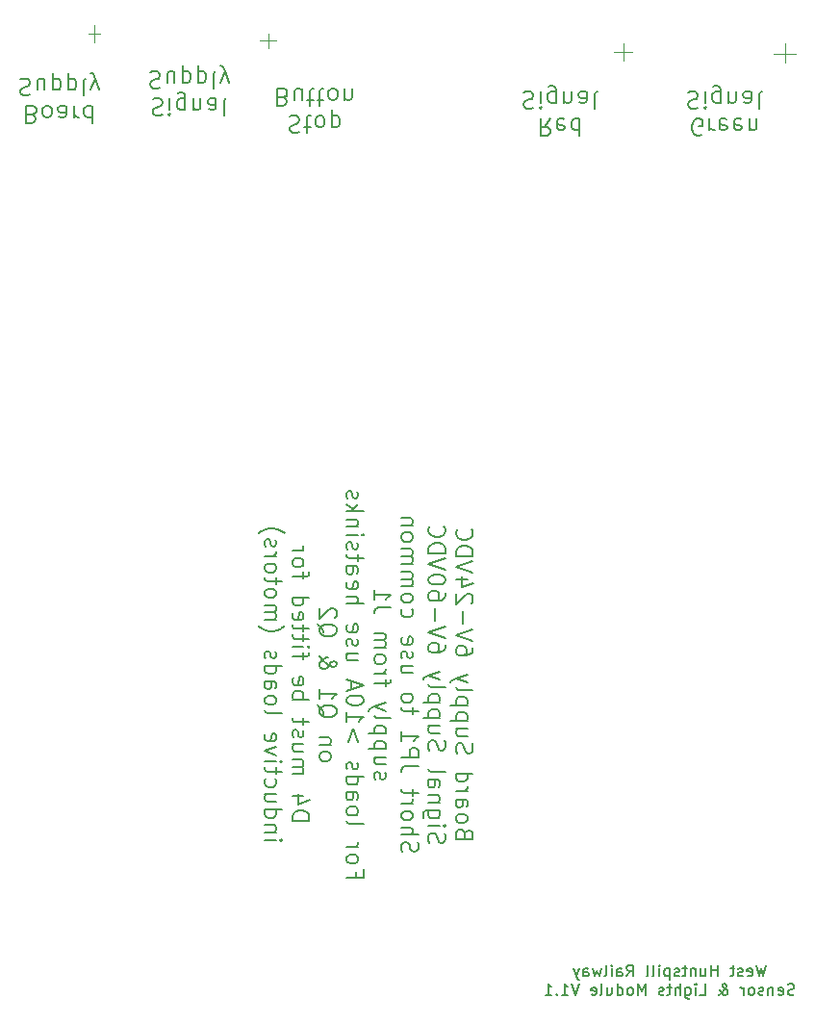
<source format=gbr>
%TF.GenerationSoftware,KiCad,Pcbnew,(5.1.9-0-10_14)*%
%TF.CreationDate,2021-08-02T15:26:46+01:00*%
%TF.ProjectId,SensorLights,53656e73-6f72-44c6-9967-6874732e6b69,1.1*%
%TF.SameCoordinates,Original*%
%TF.FileFunction,Legend,Bot*%
%TF.FilePolarity,Positive*%
%FSLAX46Y46*%
G04 Gerber Fmt 4.6, Leading zero omitted, Abs format (unit mm)*
G04 Created by KiCad (PCBNEW (5.1.9-0-10_14)) date 2021-08-02 15:26:46*
%MOMM*%
%LPD*%
G01*
G04 APERTURE LIST*
%ADD10C,0.120000*%
%ADD11C,0.150000*%
G04 APERTURE END LIST*
D10*
X179451000Y-52197000D02*
X181356000Y-52197000D01*
X180467000Y-52959000D02*
X180467000Y-51308000D01*
X166243000Y-52832000D02*
X166243000Y-51308000D01*
X165354000Y-52070000D02*
X167005000Y-52070000D01*
X119126000Y-50419000D02*
X120142000Y-50419000D01*
X119634000Y-51181000D02*
X119634000Y-49657000D01*
X135001000Y-51689000D02*
X135001000Y-50419000D01*
X134239000Y-51054000D02*
X135636000Y-51054000D01*
D11*
X152271142Y-120803142D02*
X152199714Y-120588857D01*
X152128285Y-120517428D01*
X151985428Y-120446000D01*
X151771142Y-120446000D01*
X151628285Y-120517428D01*
X151556857Y-120588857D01*
X151485428Y-120731714D01*
X151485428Y-121303142D01*
X152985428Y-121303142D01*
X152985428Y-120803142D01*
X152914000Y-120660285D01*
X152842571Y-120588857D01*
X152699714Y-120517428D01*
X152556857Y-120517428D01*
X152414000Y-120588857D01*
X152342571Y-120660285D01*
X152271142Y-120803142D01*
X152271142Y-121303142D01*
X151485428Y-119588857D02*
X151556857Y-119731714D01*
X151628285Y-119803142D01*
X151771142Y-119874571D01*
X152199714Y-119874571D01*
X152342571Y-119803142D01*
X152414000Y-119731714D01*
X152485428Y-119588857D01*
X152485428Y-119374571D01*
X152414000Y-119231714D01*
X152342571Y-119160285D01*
X152199714Y-119088857D01*
X151771142Y-119088857D01*
X151628285Y-119160285D01*
X151556857Y-119231714D01*
X151485428Y-119374571D01*
X151485428Y-119588857D01*
X151485428Y-117803142D02*
X152271142Y-117803142D01*
X152414000Y-117874571D01*
X152485428Y-118017428D01*
X152485428Y-118303142D01*
X152414000Y-118446000D01*
X151556857Y-117803142D02*
X151485428Y-117946000D01*
X151485428Y-118303142D01*
X151556857Y-118446000D01*
X151699714Y-118517428D01*
X151842571Y-118517428D01*
X151985428Y-118446000D01*
X152056857Y-118303142D01*
X152056857Y-117946000D01*
X152128285Y-117803142D01*
X151485428Y-117088857D02*
X152485428Y-117088857D01*
X152199714Y-117088857D02*
X152342571Y-117017428D01*
X152414000Y-116946000D01*
X152485428Y-116803142D01*
X152485428Y-116660285D01*
X151485428Y-115517428D02*
X152985428Y-115517428D01*
X151556857Y-115517428D02*
X151485428Y-115660285D01*
X151485428Y-115946000D01*
X151556857Y-116088857D01*
X151628285Y-116160285D01*
X151771142Y-116231714D01*
X152199714Y-116231714D01*
X152342571Y-116160285D01*
X152414000Y-116088857D01*
X152485428Y-115946000D01*
X152485428Y-115660285D01*
X152414000Y-115517428D01*
X151556857Y-113731714D02*
X151485428Y-113517428D01*
X151485428Y-113160285D01*
X151556857Y-113017428D01*
X151628285Y-112946000D01*
X151771142Y-112874571D01*
X151914000Y-112874571D01*
X152056857Y-112946000D01*
X152128285Y-113017428D01*
X152199714Y-113160285D01*
X152271142Y-113446000D01*
X152342571Y-113588857D01*
X152414000Y-113660285D01*
X152556857Y-113731714D01*
X152699714Y-113731714D01*
X152842571Y-113660285D01*
X152914000Y-113588857D01*
X152985428Y-113446000D01*
X152985428Y-113088857D01*
X152914000Y-112874571D01*
X152485428Y-111588857D02*
X151485428Y-111588857D01*
X152485428Y-112231714D02*
X151699714Y-112231714D01*
X151556857Y-112160285D01*
X151485428Y-112017428D01*
X151485428Y-111803142D01*
X151556857Y-111660285D01*
X151628285Y-111588857D01*
X152485428Y-110874571D02*
X150985428Y-110874571D01*
X152414000Y-110874571D02*
X152485428Y-110731714D01*
X152485428Y-110446000D01*
X152414000Y-110303142D01*
X152342571Y-110231714D01*
X152199714Y-110160285D01*
X151771142Y-110160285D01*
X151628285Y-110231714D01*
X151556857Y-110303142D01*
X151485428Y-110446000D01*
X151485428Y-110731714D01*
X151556857Y-110874571D01*
X152485428Y-109517428D02*
X150985428Y-109517428D01*
X152414000Y-109517428D02*
X152485428Y-109374571D01*
X152485428Y-109088857D01*
X152414000Y-108946000D01*
X152342571Y-108874571D01*
X152199714Y-108803142D01*
X151771142Y-108803142D01*
X151628285Y-108874571D01*
X151556857Y-108946000D01*
X151485428Y-109088857D01*
X151485428Y-109374571D01*
X151556857Y-109517428D01*
X151485428Y-107946000D02*
X151556857Y-108088857D01*
X151699714Y-108160285D01*
X152985428Y-108160285D01*
X152485428Y-107517428D02*
X151485428Y-107160285D01*
X152485428Y-106803142D02*
X151485428Y-107160285D01*
X151128285Y-107303142D01*
X151056857Y-107374571D01*
X150985428Y-107517428D01*
X152985428Y-104446000D02*
X152985428Y-104731714D01*
X152914000Y-104874571D01*
X152842571Y-104946000D01*
X152628285Y-105088857D01*
X152342571Y-105160285D01*
X151771142Y-105160285D01*
X151628285Y-105088857D01*
X151556857Y-105017428D01*
X151485428Y-104874571D01*
X151485428Y-104588857D01*
X151556857Y-104446000D01*
X151628285Y-104374571D01*
X151771142Y-104303142D01*
X152128285Y-104303142D01*
X152271142Y-104374571D01*
X152342571Y-104446000D01*
X152414000Y-104588857D01*
X152414000Y-104874571D01*
X152342571Y-105017428D01*
X152271142Y-105088857D01*
X152128285Y-105160285D01*
X152985428Y-103874571D02*
X151485428Y-103374571D01*
X152985428Y-102874571D01*
X152056857Y-102374571D02*
X152056857Y-101231714D01*
X152842571Y-100588857D02*
X152914000Y-100517428D01*
X152985428Y-100374571D01*
X152985428Y-100017428D01*
X152914000Y-99874571D01*
X152842571Y-99803142D01*
X152699714Y-99731714D01*
X152556857Y-99731714D01*
X152342571Y-99803142D01*
X151485428Y-100660285D01*
X151485428Y-99731714D01*
X152485428Y-98446000D02*
X151485428Y-98446000D01*
X153056857Y-98803142D02*
X151985428Y-99160285D01*
X151985428Y-98231714D01*
X152985428Y-97874571D02*
X151485428Y-97374571D01*
X152985428Y-96874571D01*
X151485428Y-96374571D02*
X152985428Y-96374571D01*
X152985428Y-96017428D01*
X152914000Y-95803142D01*
X152771142Y-95660285D01*
X152628285Y-95588857D01*
X152342571Y-95517428D01*
X152128285Y-95517428D01*
X151842571Y-95588857D01*
X151699714Y-95660285D01*
X151556857Y-95803142D01*
X151485428Y-96017428D01*
X151485428Y-96374571D01*
X151628285Y-94017428D02*
X151556857Y-94088857D01*
X151485428Y-94303142D01*
X151485428Y-94446000D01*
X151556857Y-94660285D01*
X151699714Y-94803142D01*
X151842571Y-94874571D01*
X152128285Y-94946000D01*
X152342571Y-94946000D01*
X152628285Y-94874571D01*
X152771142Y-94803142D01*
X152914000Y-94660285D01*
X152985428Y-94446000D01*
X152985428Y-94303142D01*
X152914000Y-94088857D01*
X152842571Y-94017428D01*
X149156857Y-121624571D02*
X149085428Y-121410285D01*
X149085428Y-121053142D01*
X149156857Y-120910285D01*
X149228285Y-120838857D01*
X149371142Y-120767428D01*
X149514000Y-120767428D01*
X149656857Y-120838857D01*
X149728285Y-120910285D01*
X149799714Y-121053142D01*
X149871142Y-121338857D01*
X149942571Y-121481714D01*
X150014000Y-121553142D01*
X150156857Y-121624571D01*
X150299714Y-121624571D01*
X150442571Y-121553142D01*
X150514000Y-121481714D01*
X150585428Y-121338857D01*
X150585428Y-120981714D01*
X150514000Y-120767428D01*
X149085428Y-120124571D02*
X150085428Y-120124571D01*
X150585428Y-120124571D02*
X150514000Y-120196000D01*
X150442571Y-120124571D01*
X150514000Y-120053142D01*
X150585428Y-120124571D01*
X150442571Y-120124571D01*
X150085428Y-118767428D02*
X148871142Y-118767428D01*
X148728285Y-118838857D01*
X148656857Y-118910285D01*
X148585428Y-119053142D01*
X148585428Y-119267428D01*
X148656857Y-119410285D01*
X149156857Y-118767428D02*
X149085428Y-118910285D01*
X149085428Y-119196000D01*
X149156857Y-119338857D01*
X149228285Y-119410285D01*
X149371142Y-119481714D01*
X149799714Y-119481714D01*
X149942571Y-119410285D01*
X150014000Y-119338857D01*
X150085428Y-119196000D01*
X150085428Y-118910285D01*
X150014000Y-118767428D01*
X150085428Y-118053142D02*
X149085428Y-118053142D01*
X149942571Y-118053142D02*
X150014000Y-117981714D01*
X150085428Y-117838857D01*
X150085428Y-117624571D01*
X150014000Y-117481714D01*
X149871142Y-117410285D01*
X149085428Y-117410285D01*
X149085428Y-116053142D02*
X149871142Y-116053142D01*
X150014000Y-116124571D01*
X150085428Y-116267428D01*
X150085428Y-116553142D01*
X150014000Y-116696000D01*
X149156857Y-116053142D02*
X149085428Y-116196000D01*
X149085428Y-116553142D01*
X149156857Y-116696000D01*
X149299714Y-116767428D01*
X149442571Y-116767428D01*
X149585428Y-116696000D01*
X149656857Y-116553142D01*
X149656857Y-116196000D01*
X149728285Y-116053142D01*
X149085428Y-115124571D02*
X149156857Y-115267428D01*
X149299714Y-115338857D01*
X150585428Y-115338857D01*
X149156857Y-113481714D02*
X149085428Y-113267428D01*
X149085428Y-112910285D01*
X149156857Y-112767428D01*
X149228285Y-112696000D01*
X149371142Y-112624571D01*
X149514000Y-112624571D01*
X149656857Y-112696000D01*
X149728285Y-112767428D01*
X149799714Y-112910285D01*
X149871142Y-113196000D01*
X149942571Y-113338857D01*
X150014000Y-113410285D01*
X150156857Y-113481714D01*
X150299714Y-113481714D01*
X150442571Y-113410285D01*
X150514000Y-113338857D01*
X150585428Y-113196000D01*
X150585428Y-112838857D01*
X150514000Y-112624571D01*
X150085428Y-111338857D02*
X149085428Y-111338857D01*
X150085428Y-111981714D02*
X149299714Y-111981714D01*
X149156857Y-111910285D01*
X149085428Y-111767428D01*
X149085428Y-111553142D01*
X149156857Y-111410285D01*
X149228285Y-111338857D01*
X150085428Y-110624571D02*
X148585428Y-110624571D01*
X150014000Y-110624571D02*
X150085428Y-110481714D01*
X150085428Y-110196000D01*
X150014000Y-110053142D01*
X149942571Y-109981714D01*
X149799714Y-109910285D01*
X149371142Y-109910285D01*
X149228285Y-109981714D01*
X149156857Y-110053142D01*
X149085428Y-110196000D01*
X149085428Y-110481714D01*
X149156857Y-110624571D01*
X150085428Y-109267428D02*
X148585428Y-109267428D01*
X150014000Y-109267428D02*
X150085428Y-109124571D01*
X150085428Y-108838857D01*
X150014000Y-108696000D01*
X149942571Y-108624571D01*
X149799714Y-108553142D01*
X149371142Y-108553142D01*
X149228285Y-108624571D01*
X149156857Y-108696000D01*
X149085428Y-108838857D01*
X149085428Y-109124571D01*
X149156857Y-109267428D01*
X149085428Y-107696000D02*
X149156857Y-107838857D01*
X149299714Y-107910285D01*
X150585428Y-107910285D01*
X150085428Y-107267428D02*
X149085428Y-106910285D01*
X150085428Y-106553142D02*
X149085428Y-106910285D01*
X148728285Y-107053142D01*
X148656857Y-107124571D01*
X148585428Y-107267428D01*
X150585428Y-104196000D02*
X150585428Y-104481714D01*
X150514000Y-104624571D01*
X150442571Y-104696000D01*
X150228285Y-104838857D01*
X149942571Y-104910285D01*
X149371142Y-104910285D01*
X149228285Y-104838857D01*
X149156857Y-104767428D01*
X149085428Y-104624571D01*
X149085428Y-104338857D01*
X149156857Y-104196000D01*
X149228285Y-104124571D01*
X149371142Y-104053142D01*
X149728285Y-104053142D01*
X149871142Y-104124571D01*
X149942571Y-104196000D01*
X150014000Y-104338857D01*
X150014000Y-104624571D01*
X149942571Y-104767428D01*
X149871142Y-104838857D01*
X149728285Y-104910285D01*
X150585428Y-103624571D02*
X149085428Y-103124571D01*
X150585428Y-102624571D01*
X149656857Y-102124571D02*
X149656857Y-100981714D01*
X150585428Y-99624571D02*
X150585428Y-99910285D01*
X150514000Y-100053142D01*
X150442571Y-100124571D01*
X150228285Y-100267428D01*
X149942571Y-100338857D01*
X149371142Y-100338857D01*
X149228285Y-100267428D01*
X149156857Y-100196000D01*
X149085428Y-100053142D01*
X149085428Y-99767428D01*
X149156857Y-99624571D01*
X149228285Y-99553142D01*
X149371142Y-99481714D01*
X149728285Y-99481714D01*
X149871142Y-99553142D01*
X149942571Y-99624571D01*
X150014000Y-99767428D01*
X150014000Y-100053142D01*
X149942571Y-100196000D01*
X149871142Y-100267428D01*
X149728285Y-100338857D01*
X150585428Y-98553142D02*
X150585428Y-98410285D01*
X150514000Y-98267428D01*
X150442571Y-98196000D01*
X150299714Y-98124571D01*
X150014000Y-98053142D01*
X149656857Y-98053142D01*
X149371142Y-98124571D01*
X149228285Y-98196000D01*
X149156857Y-98267428D01*
X149085428Y-98410285D01*
X149085428Y-98553142D01*
X149156857Y-98696000D01*
X149228285Y-98767428D01*
X149371142Y-98838857D01*
X149656857Y-98910285D01*
X150014000Y-98910285D01*
X150299714Y-98838857D01*
X150442571Y-98767428D01*
X150514000Y-98696000D01*
X150585428Y-98553142D01*
X150585428Y-97624571D02*
X149085428Y-97124571D01*
X150585428Y-96624571D01*
X149085428Y-96124571D02*
X150585428Y-96124571D01*
X150585428Y-95767428D01*
X150514000Y-95553142D01*
X150371142Y-95410285D01*
X150228285Y-95338857D01*
X149942571Y-95267428D01*
X149728285Y-95267428D01*
X149442571Y-95338857D01*
X149299714Y-95410285D01*
X149156857Y-95553142D01*
X149085428Y-95767428D01*
X149085428Y-96124571D01*
X149228285Y-93767428D02*
X149156857Y-93838857D01*
X149085428Y-94053142D01*
X149085428Y-94196000D01*
X149156857Y-94410285D01*
X149299714Y-94553142D01*
X149442571Y-94624571D01*
X149728285Y-94696000D01*
X149942571Y-94696000D01*
X150228285Y-94624571D01*
X150371142Y-94553142D01*
X150514000Y-94410285D01*
X150585428Y-94196000D01*
X150585428Y-94053142D01*
X150514000Y-93838857D01*
X150442571Y-93767428D01*
X146756857Y-122410285D02*
X146685428Y-122196000D01*
X146685428Y-121838857D01*
X146756857Y-121696000D01*
X146828285Y-121624571D01*
X146971142Y-121553142D01*
X147114000Y-121553142D01*
X147256857Y-121624571D01*
X147328285Y-121696000D01*
X147399714Y-121838857D01*
X147471142Y-122124571D01*
X147542571Y-122267428D01*
X147614000Y-122338857D01*
X147756857Y-122410285D01*
X147899714Y-122410285D01*
X148042571Y-122338857D01*
X148114000Y-122267428D01*
X148185428Y-122124571D01*
X148185428Y-121767428D01*
X148114000Y-121553142D01*
X146685428Y-120910285D02*
X148185428Y-120910285D01*
X146685428Y-120267428D02*
X147471142Y-120267428D01*
X147614000Y-120338857D01*
X147685428Y-120481714D01*
X147685428Y-120696000D01*
X147614000Y-120838857D01*
X147542571Y-120910285D01*
X146685428Y-119338857D02*
X146756857Y-119481714D01*
X146828285Y-119553142D01*
X146971142Y-119624571D01*
X147399714Y-119624571D01*
X147542571Y-119553142D01*
X147614000Y-119481714D01*
X147685428Y-119338857D01*
X147685428Y-119124571D01*
X147614000Y-118981714D01*
X147542571Y-118910285D01*
X147399714Y-118838857D01*
X146971142Y-118838857D01*
X146828285Y-118910285D01*
X146756857Y-118981714D01*
X146685428Y-119124571D01*
X146685428Y-119338857D01*
X146685428Y-118196000D02*
X147685428Y-118196000D01*
X147399714Y-118196000D02*
X147542571Y-118124571D01*
X147614000Y-118053142D01*
X147685428Y-117910285D01*
X147685428Y-117767428D01*
X147685428Y-117481714D02*
X147685428Y-116910285D01*
X148185428Y-117267428D02*
X146899714Y-117267428D01*
X146756857Y-117196000D01*
X146685428Y-117053142D01*
X146685428Y-116910285D01*
X148185428Y-114838857D02*
X147114000Y-114838857D01*
X146899714Y-114910285D01*
X146756857Y-115053142D01*
X146685428Y-115267428D01*
X146685428Y-115410285D01*
X146685428Y-114124571D02*
X148185428Y-114124571D01*
X148185428Y-113553142D01*
X148114000Y-113410285D01*
X148042571Y-113338857D01*
X147899714Y-113267428D01*
X147685428Y-113267428D01*
X147542571Y-113338857D01*
X147471142Y-113410285D01*
X147399714Y-113553142D01*
X147399714Y-114124571D01*
X146685428Y-111838857D02*
X146685428Y-112696000D01*
X146685428Y-112267428D02*
X148185428Y-112267428D01*
X147971142Y-112410285D01*
X147828285Y-112553142D01*
X147756857Y-112696000D01*
X147685428Y-110267428D02*
X147685428Y-109696000D01*
X148185428Y-110053142D02*
X146899714Y-110053142D01*
X146756857Y-109981714D01*
X146685428Y-109838857D01*
X146685428Y-109696000D01*
X146685428Y-108981714D02*
X146756857Y-109124571D01*
X146828285Y-109196000D01*
X146971142Y-109267428D01*
X147399714Y-109267428D01*
X147542571Y-109196000D01*
X147614000Y-109124571D01*
X147685428Y-108981714D01*
X147685428Y-108767428D01*
X147614000Y-108624571D01*
X147542571Y-108553142D01*
X147399714Y-108481714D01*
X146971142Y-108481714D01*
X146828285Y-108553142D01*
X146756857Y-108624571D01*
X146685428Y-108767428D01*
X146685428Y-108981714D01*
X147685428Y-106053142D02*
X146685428Y-106053142D01*
X147685428Y-106696000D02*
X146899714Y-106696000D01*
X146756857Y-106624571D01*
X146685428Y-106481714D01*
X146685428Y-106267428D01*
X146756857Y-106124571D01*
X146828285Y-106053142D01*
X146756857Y-105410285D02*
X146685428Y-105267428D01*
X146685428Y-104981714D01*
X146756857Y-104838857D01*
X146899714Y-104767428D01*
X146971142Y-104767428D01*
X147114000Y-104838857D01*
X147185428Y-104981714D01*
X147185428Y-105196000D01*
X147256857Y-105338857D01*
X147399714Y-105410285D01*
X147471142Y-105410285D01*
X147614000Y-105338857D01*
X147685428Y-105196000D01*
X147685428Y-104981714D01*
X147614000Y-104838857D01*
X146756857Y-103553142D02*
X146685428Y-103696000D01*
X146685428Y-103981714D01*
X146756857Y-104124571D01*
X146899714Y-104196000D01*
X147471142Y-104196000D01*
X147614000Y-104124571D01*
X147685428Y-103981714D01*
X147685428Y-103696000D01*
X147614000Y-103553142D01*
X147471142Y-103481714D01*
X147328285Y-103481714D01*
X147185428Y-104196000D01*
X146756857Y-101053142D02*
X146685428Y-101196000D01*
X146685428Y-101481714D01*
X146756857Y-101624571D01*
X146828285Y-101696000D01*
X146971142Y-101767428D01*
X147399714Y-101767428D01*
X147542571Y-101696000D01*
X147614000Y-101624571D01*
X147685428Y-101481714D01*
X147685428Y-101196000D01*
X147614000Y-101053142D01*
X146685428Y-100196000D02*
X146756857Y-100338857D01*
X146828285Y-100410285D01*
X146971142Y-100481714D01*
X147399714Y-100481714D01*
X147542571Y-100410285D01*
X147614000Y-100338857D01*
X147685428Y-100196000D01*
X147685428Y-99981714D01*
X147614000Y-99838857D01*
X147542571Y-99767428D01*
X147399714Y-99696000D01*
X146971142Y-99696000D01*
X146828285Y-99767428D01*
X146756857Y-99838857D01*
X146685428Y-99981714D01*
X146685428Y-100196000D01*
X146685428Y-99053142D02*
X147685428Y-99053142D01*
X147542571Y-99053142D02*
X147614000Y-98981714D01*
X147685428Y-98838857D01*
X147685428Y-98624571D01*
X147614000Y-98481714D01*
X147471142Y-98410285D01*
X146685428Y-98410285D01*
X147471142Y-98410285D02*
X147614000Y-98338857D01*
X147685428Y-98196000D01*
X147685428Y-97981714D01*
X147614000Y-97838857D01*
X147471142Y-97767428D01*
X146685428Y-97767428D01*
X146685428Y-97053142D02*
X147685428Y-97053142D01*
X147542571Y-97053142D02*
X147614000Y-96981714D01*
X147685428Y-96838857D01*
X147685428Y-96624571D01*
X147614000Y-96481714D01*
X147471142Y-96410285D01*
X146685428Y-96410285D01*
X147471142Y-96410285D02*
X147614000Y-96338857D01*
X147685428Y-96196000D01*
X147685428Y-95981714D01*
X147614000Y-95838857D01*
X147471142Y-95767428D01*
X146685428Y-95767428D01*
X146685428Y-94838857D02*
X146756857Y-94981714D01*
X146828285Y-95053142D01*
X146971142Y-95124571D01*
X147399714Y-95124571D01*
X147542571Y-95053142D01*
X147614000Y-94981714D01*
X147685428Y-94838857D01*
X147685428Y-94624571D01*
X147614000Y-94481714D01*
X147542571Y-94410285D01*
X147399714Y-94338857D01*
X146971142Y-94338857D01*
X146828285Y-94410285D01*
X146756857Y-94481714D01*
X146685428Y-94624571D01*
X146685428Y-94838857D01*
X147685428Y-93696000D02*
X146685428Y-93696000D01*
X147542571Y-93696000D02*
X147614000Y-93624571D01*
X147685428Y-93481714D01*
X147685428Y-93267428D01*
X147614000Y-93124571D01*
X147471142Y-93053142D01*
X146685428Y-93053142D01*
X144356857Y-116017428D02*
X144285428Y-115874571D01*
X144285428Y-115588857D01*
X144356857Y-115446000D01*
X144499714Y-115374571D01*
X144571142Y-115374571D01*
X144714000Y-115446000D01*
X144785428Y-115588857D01*
X144785428Y-115803142D01*
X144856857Y-115946000D01*
X144999714Y-116017428D01*
X145071142Y-116017428D01*
X145214000Y-115946000D01*
X145285428Y-115803142D01*
X145285428Y-115588857D01*
X145214000Y-115446000D01*
X145285428Y-114088857D02*
X144285428Y-114088857D01*
X145285428Y-114731714D02*
X144499714Y-114731714D01*
X144356857Y-114660285D01*
X144285428Y-114517428D01*
X144285428Y-114303142D01*
X144356857Y-114160285D01*
X144428285Y-114088857D01*
X145285428Y-113374571D02*
X143785428Y-113374571D01*
X145214000Y-113374571D02*
X145285428Y-113231714D01*
X145285428Y-112946000D01*
X145214000Y-112803142D01*
X145142571Y-112731714D01*
X144999714Y-112660285D01*
X144571142Y-112660285D01*
X144428285Y-112731714D01*
X144356857Y-112803142D01*
X144285428Y-112946000D01*
X144285428Y-113231714D01*
X144356857Y-113374571D01*
X145285428Y-112017428D02*
X143785428Y-112017428D01*
X145214000Y-112017428D02*
X145285428Y-111874571D01*
X145285428Y-111588857D01*
X145214000Y-111446000D01*
X145142571Y-111374571D01*
X144999714Y-111303142D01*
X144571142Y-111303142D01*
X144428285Y-111374571D01*
X144356857Y-111446000D01*
X144285428Y-111588857D01*
X144285428Y-111874571D01*
X144356857Y-112017428D01*
X144285428Y-110446000D02*
X144356857Y-110588857D01*
X144499714Y-110660285D01*
X145785428Y-110660285D01*
X145285428Y-110017428D02*
X144285428Y-109660285D01*
X145285428Y-109303142D02*
X144285428Y-109660285D01*
X143928285Y-109803142D01*
X143856857Y-109874571D01*
X143785428Y-110017428D01*
X145285428Y-107803142D02*
X145285428Y-107231714D01*
X144285428Y-107588857D02*
X145571142Y-107588857D01*
X145714000Y-107517428D01*
X145785428Y-107374571D01*
X145785428Y-107231714D01*
X144285428Y-106731714D02*
X145285428Y-106731714D01*
X144999714Y-106731714D02*
X145142571Y-106660285D01*
X145214000Y-106588857D01*
X145285428Y-106446000D01*
X145285428Y-106303142D01*
X144285428Y-105588857D02*
X144356857Y-105731714D01*
X144428285Y-105803142D01*
X144571142Y-105874571D01*
X144999714Y-105874571D01*
X145142571Y-105803142D01*
X145214000Y-105731714D01*
X145285428Y-105588857D01*
X145285428Y-105374571D01*
X145214000Y-105231714D01*
X145142571Y-105160285D01*
X144999714Y-105088857D01*
X144571142Y-105088857D01*
X144428285Y-105160285D01*
X144356857Y-105231714D01*
X144285428Y-105374571D01*
X144285428Y-105588857D01*
X144285428Y-104446000D02*
X145285428Y-104446000D01*
X145142571Y-104446000D02*
X145214000Y-104374571D01*
X145285428Y-104231714D01*
X145285428Y-104017428D01*
X145214000Y-103874571D01*
X145071142Y-103803142D01*
X144285428Y-103803142D01*
X145071142Y-103803142D02*
X145214000Y-103731714D01*
X145285428Y-103588857D01*
X145285428Y-103374571D01*
X145214000Y-103231714D01*
X145071142Y-103160285D01*
X144285428Y-103160285D01*
X145785428Y-100874571D02*
X144714000Y-100874571D01*
X144499714Y-100946000D01*
X144356857Y-101088857D01*
X144285428Y-101303142D01*
X144285428Y-101446000D01*
X144285428Y-99374571D02*
X144285428Y-100231714D01*
X144285428Y-99803142D02*
X145785428Y-99803142D01*
X145571142Y-99946000D01*
X145428285Y-100088857D01*
X145356857Y-100231714D01*
X142671142Y-124160285D02*
X142671142Y-124660285D01*
X141885428Y-124660285D02*
X143385428Y-124660285D01*
X143385428Y-123946000D01*
X141885428Y-123160285D02*
X141956857Y-123303142D01*
X142028285Y-123374571D01*
X142171142Y-123446000D01*
X142599714Y-123446000D01*
X142742571Y-123374571D01*
X142814000Y-123303142D01*
X142885428Y-123160285D01*
X142885428Y-122946000D01*
X142814000Y-122803142D01*
X142742571Y-122731714D01*
X142599714Y-122660285D01*
X142171142Y-122660285D01*
X142028285Y-122731714D01*
X141956857Y-122803142D01*
X141885428Y-122946000D01*
X141885428Y-123160285D01*
X141885428Y-122017428D02*
X142885428Y-122017428D01*
X142599714Y-122017428D02*
X142742571Y-121946000D01*
X142814000Y-121874571D01*
X142885428Y-121731714D01*
X142885428Y-121588857D01*
X141885428Y-119731714D02*
X141956857Y-119874571D01*
X142099714Y-119946000D01*
X143385428Y-119946000D01*
X141885428Y-118946000D02*
X141956857Y-119088857D01*
X142028285Y-119160285D01*
X142171142Y-119231714D01*
X142599714Y-119231714D01*
X142742571Y-119160285D01*
X142814000Y-119088857D01*
X142885428Y-118946000D01*
X142885428Y-118731714D01*
X142814000Y-118588857D01*
X142742571Y-118517428D01*
X142599714Y-118446000D01*
X142171142Y-118446000D01*
X142028285Y-118517428D01*
X141956857Y-118588857D01*
X141885428Y-118731714D01*
X141885428Y-118946000D01*
X141885428Y-117160285D02*
X142671142Y-117160285D01*
X142814000Y-117231714D01*
X142885428Y-117374571D01*
X142885428Y-117660285D01*
X142814000Y-117803142D01*
X141956857Y-117160285D02*
X141885428Y-117303142D01*
X141885428Y-117660285D01*
X141956857Y-117803142D01*
X142099714Y-117874571D01*
X142242571Y-117874571D01*
X142385428Y-117803142D01*
X142456857Y-117660285D01*
X142456857Y-117303142D01*
X142528285Y-117160285D01*
X141885428Y-115803142D02*
X143385428Y-115803142D01*
X141956857Y-115803142D02*
X141885428Y-115946000D01*
X141885428Y-116231714D01*
X141956857Y-116374571D01*
X142028285Y-116446000D01*
X142171142Y-116517428D01*
X142599714Y-116517428D01*
X142742571Y-116446000D01*
X142814000Y-116374571D01*
X142885428Y-116231714D01*
X142885428Y-115946000D01*
X142814000Y-115803142D01*
X141956857Y-115160285D02*
X141885428Y-115017428D01*
X141885428Y-114731714D01*
X141956857Y-114588857D01*
X142099714Y-114517428D01*
X142171142Y-114517428D01*
X142314000Y-114588857D01*
X142385428Y-114731714D01*
X142385428Y-114946000D01*
X142456857Y-115088857D01*
X142599714Y-115160285D01*
X142671142Y-115160285D01*
X142814000Y-115088857D01*
X142885428Y-114946000D01*
X142885428Y-114731714D01*
X142814000Y-114588857D01*
X142885428Y-112731714D02*
X142456857Y-111588857D01*
X142028285Y-112731714D01*
X141885428Y-110088857D02*
X141885428Y-110946000D01*
X141885428Y-110517428D02*
X143385428Y-110517428D01*
X143171142Y-110660285D01*
X143028285Y-110803142D01*
X142956857Y-110946000D01*
X143385428Y-109160285D02*
X143385428Y-109017428D01*
X143314000Y-108874571D01*
X143242571Y-108803142D01*
X143099714Y-108731714D01*
X142814000Y-108660285D01*
X142456857Y-108660285D01*
X142171142Y-108731714D01*
X142028285Y-108803142D01*
X141956857Y-108874571D01*
X141885428Y-109017428D01*
X141885428Y-109160285D01*
X141956857Y-109303142D01*
X142028285Y-109374571D01*
X142171142Y-109446000D01*
X142456857Y-109517428D01*
X142814000Y-109517428D01*
X143099714Y-109446000D01*
X143242571Y-109374571D01*
X143314000Y-109303142D01*
X143385428Y-109160285D01*
X142314000Y-108088857D02*
X142314000Y-107374571D01*
X141885428Y-108231714D02*
X143385428Y-107731714D01*
X141885428Y-107231714D01*
X142885428Y-104946000D02*
X141885428Y-104946000D01*
X142885428Y-105588857D02*
X142099714Y-105588857D01*
X141956857Y-105517428D01*
X141885428Y-105374571D01*
X141885428Y-105160285D01*
X141956857Y-105017428D01*
X142028285Y-104946000D01*
X141956857Y-104303142D02*
X141885428Y-104160285D01*
X141885428Y-103874571D01*
X141956857Y-103731714D01*
X142099714Y-103660285D01*
X142171142Y-103660285D01*
X142314000Y-103731714D01*
X142385428Y-103874571D01*
X142385428Y-104088857D01*
X142456857Y-104231714D01*
X142599714Y-104303142D01*
X142671142Y-104303142D01*
X142814000Y-104231714D01*
X142885428Y-104088857D01*
X142885428Y-103874571D01*
X142814000Y-103731714D01*
X141956857Y-102446000D02*
X141885428Y-102588857D01*
X141885428Y-102874571D01*
X141956857Y-103017428D01*
X142099714Y-103088857D01*
X142671142Y-103088857D01*
X142814000Y-103017428D01*
X142885428Y-102874571D01*
X142885428Y-102588857D01*
X142814000Y-102446000D01*
X142671142Y-102374571D01*
X142528285Y-102374571D01*
X142385428Y-103088857D01*
X141885428Y-100588857D02*
X143385428Y-100588857D01*
X141885428Y-99946000D02*
X142671142Y-99946000D01*
X142814000Y-100017428D01*
X142885428Y-100160285D01*
X142885428Y-100374571D01*
X142814000Y-100517428D01*
X142742571Y-100588857D01*
X141956857Y-98660285D02*
X141885428Y-98803142D01*
X141885428Y-99088857D01*
X141956857Y-99231714D01*
X142099714Y-99303142D01*
X142671142Y-99303142D01*
X142814000Y-99231714D01*
X142885428Y-99088857D01*
X142885428Y-98803142D01*
X142814000Y-98660285D01*
X142671142Y-98588857D01*
X142528285Y-98588857D01*
X142385428Y-99303142D01*
X141885428Y-97303142D02*
X142671142Y-97303142D01*
X142814000Y-97374571D01*
X142885428Y-97517428D01*
X142885428Y-97803142D01*
X142814000Y-97946000D01*
X141956857Y-97303142D02*
X141885428Y-97446000D01*
X141885428Y-97803142D01*
X141956857Y-97946000D01*
X142099714Y-98017428D01*
X142242571Y-98017428D01*
X142385428Y-97946000D01*
X142456857Y-97803142D01*
X142456857Y-97446000D01*
X142528285Y-97303142D01*
X142885428Y-96803142D02*
X142885428Y-96231714D01*
X143385428Y-96588857D02*
X142099714Y-96588857D01*
X141956857Y-96517428D01*
X141885428Y-96374571D01*
X141885428Y-96231714D01*
X141956857Y-95803142D02*
X141885428Y-95660285D01*
X141885428Y-95374571D01*
X141956857Y-95231714D01*
X142099714Y-95160285D01*
X142171142Y-95160285D01*
X142314000Y-95231714D01*
X142385428Y-95374571D01*
X142385428Y-95588857D01*
X142456857Y-95731714D01*
X142599714Y-95803142D01*
X142671142Y-95803142D01*
X142814000Y-95731714D01*
X142885428Y-95588857D01*
X142885428Y-95374571D01*
X142814000Y-95231714D01*
X141885428Y-94517428D02*
X142885428Y-94517428D01*
X143385428Y-94517428D02*
X143314000Y-94588857D01*
X143242571Y-94517428D01*
X143314000Y-94446000D01*
X143385428Y-94517428D01*
X143242571Y-94517428D01*
X142885428Y-93803142D02*
X141885428Y-93803142D01*
X142742571Y-93803142D02*
X142814000Y-93731714D01*
X142885428Y-93588857D01*
X142885428Y-93374571D01*
X142814000Y-93231714D01*
X142671142Y-93160285D01*
X141885428Y-93160285D01*
X141885428Y-92446000D02*
X143385428Y-92446000D01*
X142456857Y-92303142D02*
X141885428Y-91874571D01*
X142885428Y-91874571D02*
X142314000Y-92446000D01*
X141956857Y-91303142D02*
X141885428Y-91160285D01*
X141885428Y-90874571D01*
X141956857Y-90731714D01*
X142099714Y-90660285D01*
X142171142Y-90660285D01*
X142314000Y-90731714D01*
X142385428Y-90874571D01*
X142385428Y-91088857D01*
X142456857Y-91231714D01*
X142599714Y-91303142D01*
X142671142Y-91303142D01*
X142814000Y-91231714D01*
X142885428Y-91088857D01*
X142885428Y-90874571D01*
X142814000Y-90731714D01*
X139485428Y-114124571D02*
X139556857Y-114267428D01*
X139628285Y-114338857D01*
X139771142Y-114410285D01*
X140199714Y-114410285D01*
X140342571Y-114338857D01*
X140414000Y-114267428D01*
X140485428Y-114124571D01*
X140485428Y-113910285D01*
X140414000Y-113767428D01*
X140342571Y-113696000D01*
X140199714Y-113624571D01*
X139771142Y-113624571D01*
X139628285Y-113696000D01*
X139556857Y-113767428D01*
X139485428Y-113910285D01*
X139485428Y-114124571D01*
X140485428Y-112981714D02*
X139485428Y-112981714D01*
X140342571Y-112981714D02*
X140414000Y-112910285D01*
X140485428Y-112767428D01*
X140485428Y-112553142D01*
X140414000Y-112410285D01*
X140271142Y-112338857D01*
X139485428Y-112338857D01*
X139342571Y-109481714D02*
X139414000Y-109624571D01*
X139556857Y-109767428D01*
X139771142Y-109981714D01*
X139842571Y-110124571D01*
X139842571Y-110267428D01*
X139485428Y-110196000D02*
X139556857Y-110338857D01*
X139699714Y-110481714D01*
X139985428Y-110553142D01*
X140485428Y-110553142D01*
X140771142Y-110481714D01*
X140914000Y-110338857D01*
X140985428Y-110196000D01*
X140985428Y-109910285D01*
X140914000Y-109767428D01*
X140771142Y-109624571D01*
X140485428Y-109553142D01*
X139985428Y-109553142D01*
X139699714Y-109624571D01*
X139556857Y-109767428D01*
X139485428Y-109910285D01*
X139485428Y-110196000D01*
X139485428Y-108124571D02*
X139485428Y-108981714D01*
X139485428Y-108553142D02*
X140985428Y-108553142D01*
X140771142Y-108696000D01*
X140628285Y-108838857D01*
X140556857Y-108981714D01*
X139485428Y-105124571D02*
X139485428Y-105196000D01*
X139556857Y-105338857D01*
X139771142Y-105553142D01*
X140199714Y-105910285D01*
X140414000Y-106053142D01*
X140628285Y-106124571D01*
X140771142Y-106124571D01*
X140914000Y-106053142D01*
X140985428Y-105910285D01*
X140985428Y-105838857D01*
X140914000Y-105696000D01*
X140771142Y-105624571D01*
X140699714Y-105624571D01*
X140556857Y-105696000D01*
X140485428Y-105767428D01*
X140199714Y-106196000D01*
X140128285Y-106267428D01*
X139985428Y-106338857D01*
X139771142Y-106338857D01*
X139628285Y-106267428D01*
X139556857Y-106196000D01*
X139485428Y-106053142D01*
X139485428Y-105838857D01*
X139556857Y-105696000D01*
X139628285Y-105624571D01*
X139914000Y-105410285D01*
X140128285Y-105338857D01*
X140271142Y-105338857D01*
X139342571Y-102338857D02*
X139414000Y-102481714D01*
X139556857Y-102624571D01*
X139771142Y-102838857D01*
X139842571Y-102981714D01*
X139842571Y-103124571D01*
X139485428Y-103053142D02*
X139556857Y-103196000D01*
X139699714Y-103338857D01*
X139985428Y-103410285D01*
X140485428Y-103410285D01*
X140771142Y-103338857D01*
X140914000Y-103196000D01*
X140985428Y-103053142D01*
X140985428Y-102767428D01*
X140914000Y-102624571D01*
X140771142Y-102481714D01*
X140485428Y-102410285D01*
X139985428Y-102410285D01*
X139699714Y-102481714D01*
X139556857Y-102624571D01*
X139485428Y-102767428D01*
X139485428Y-103053142D01*
X140842571Y-101838857D02*
X140914000Y-101767428D01*
X140985428Y-101624571D01*
X140985428Y-101267428D01*
X140914000Y-101124571D01*
X140842571Y-101053142D01*
X140699714Y-100981714D01*
X140556857Y-100981714D01*
X140342571Y-101053142D01*
X139485428Y-101910285D01*
X139485428Y-100981714D01*
X137085428Y-119660285D02*
X138585428Y-119660285D01*
X138585428Y-119303142D01*
X138514000Y-119088857D01*
X138371142Y-118946000D01*
X138228285Y-118874571D01*
X137942571Y-118803142D01*
X137728285Y-118803142D01*
X137442571Y-118874571D01*
X137299714Y-118946000D01*
X137156857Y-119088857D01*
X137085428Y-119303142D01*
X137085428Y-119660285D01*
X138085428Y-117517428D02*
X137085428Y-117517428D01*
X138656857Y-117874571D02*
X137585428Y-118231714D01*
X137585428Y-117303142D01*
X137085428Y-115588857D02*
X138085428Y-115588857D01*
X137942571Y-115588857D02*
X138014000Y-115517428D01*
X138085428Y-115374571D01*
X138085428Y-115160285D01*
X138014000Y-115017428D01*
X137871142Y-114946000D01*
X137085428Y-114946000D01*
X137871142Y-114946000D02*
X138014000Y-114874571D01*
X138085428Y-114731714D01*
X138085428Y-114517428D01*
X138014000Y-114374571D01*
X137871142Y-114303142D01*
X137085428Y-114303142D01*
X138085428Y-112946000D02*
X137085428Y-112946000D01*
X138085428Y-113588857D02*
X137299714Y-113588857D01*
X137156857Y-113517428D01*
X137085428Y-113374571D01*
X137085428Y-113160285D01*
X137156857Y-113017428D01*
X137228285Y-112946000D01*
X137156857Y-112303142D02*
X137085428Y-112160285D01*
X137085428Y-111874571D01*
X137156857Y-111731714D01*
X137299714Y-111660285D01*
X137371142Y-111660285D01*
X137514000Y-111731714D01*
X137585428Y-111874571D01*
X137585428Y-112088857D01*
X137656857Y-112231714D01*
X137799714Y-112303142D01*
X137871142Y-112303142D01*
X138014000Y-112231714D01*
X138085428Y-112088857D01*
X138085428Y-111874571D01*
X138014000Y-111731714D01*
X138085428Y-111231714D02*
X138085428Y-110660285D01*
X138585428Y-111017428D02*
X137299714Y-111017428D01*
X137156857Y-110946000D01*
X137085428Y-110803142D01*
X137085428Y-110660285D01*
X137085428Y-109017428D02*
X138585428Y-109017428D01*
X138014000Y-109017428D02*
X138085428Y-108874571D01*
X138085428Y-108588857D01*
X138014000Y-108446000D01*
X137942571Y-108374571D01*
X137799714Y-108303142D01*
X137371142Y-108303142D01*
X137228285Y-108374571D01*
X137156857Y-108446000D01*
X137085428Y-108588857D01*
X137085428Y-108874571D01*
X137156857Y-109017428D01*
X137156857Y-107088857D02*
X137085428Y-107231714D01*
X137085428Y-107517428D01*
X137156857Y-107660285D01*
X137299714Y-107731714D01*
X137871142Y-107731714D01*
X138014000Y-107660285D01*
X138085428Y-107517428D01*
X138085428Y-107231714D01*
X138014000Y-107088857D01*
X137871142Y-107017428D01*
X137728285Y-107017428D01*
X137585428Y-107731714D01*
X138085428Y-105446000D02*
X138085428Y-104874571D01*
X137085428Y-105231714D02*
X138371142Y-105231714D01*
X138514000Y-105160285D01*
X138585428Y-105017428D01*
X138585428Y-104874571D01*
X137085428Y-104374571D02*
X138085428Y-104374571D01*
X138585428Y-104374571D02*
X138514000Y-104446000D01*
X138442571Y-104374571D01*
X138514000Y-104303142D01*
X138585428Y-104374571D01*
X138442571Y-104374571D01*
X138085428Y-103874571D02*
X138085428Y-103303142D01*
X138585428Y-103660285D02*
X137299714Y-103660285D01*
X137156857Y-103588857D01*
X137085428Y-103446000D01*
X137085428Y-103303142D01*
X138085428Y-103017428D02*
X138085428Y-102446000D01*
X138585428Y-102803142D02*
X137299714Y-102803142D01*
X137156857Y-102731714D01*
X137085428Y-102588857D01*
X137085428Y-102446000D01*
X137156857Y-101374571D02*
X137085428Y-101517428D01*
X137085428Y-101803142D01*
X137156857Y-101946000D01*
X137299714Y-102017428D01*
X137871142Y-102017428D01*
X138014000Y-101946000D01*
X138085428Y-101803142D01*
X138085428Y-101517428D01*
X138014000Y-101374571D01*
X137871142Y-101303142D01*
X137728285Y-101303142D01*
X137585428Y-102017428D01*
X137085428Y-100017428D02*
X138585428Y-100017428D01*
X137156857Y-100017428D02*
X137085428Y-100160285D01*
X137085428Y-100446000D01*
X137156857Y-100588857D01*
X137228285Y-100660285D01*
X137371142Y-100731714D01*
X137799714Y-100731714D01*
X137942571Y-100660285D01*
X138014000Y-100588857D01*
X138085428Y-100446000D01*
X138085428Y-100160285D01*
X138014000Y-100017428D01*
X138085428Y-98374571D02*
X138085428Y-97803142D01*
X137085428Y-98160285D02*
X138371142Y-98160285D01*
X138514000Y-98088857D01*
X138585428Y-97946000D01*
X138585428Y-97803142D01*
X137085428Y-97088857D02*
X137156857Y-97231714D01*
X137228285Y-97303142D01*
X137371142Y-97374571D01*
X137799714Y-97374571D01*
X137942571Y-97303142D01*
X138014000Y-97231714D01*
X138085428Y-97088857D01*
X138085428Y-96874571D01*
X138014000Y-96731714D01*
X137942571Y-96660285D01*
X137799714Y-96588857D01*
X137371142Y-96588857D01*
X137228285Y-96660285D01*
X137156857Y-96731714D01*
X137085428Y-96874571D01*
X137085428Y-97088857D01*
X137085428Y-95946000D02*
X138085428Y-95946000D01*
X137799714Y-95946000D02*
X137942571Y-95874571D01*
X138014000Y-95803142D01*
X138085428Y-95660285D01*
X138085428Y-95517428D01*
X134685428Y-121410285D02*
X135685428Y-121410285D01*
X136185428Y-121410285D02*
X136114000Y-121481714D01*
X136042571Y-121410285D01*
X136114000Y-121338857D01*
X136185428Y-121410285D01*
X136042571Y-121410285D01*
X135685428Y-120696000D02*
X134685428Y-120696000D01*
X135542571Y-120696000D02*
X135614000Y-120624571D01*
X135685428Y-120481714D01*
X135685428Y-120267428D01*
X135614000Y-120124571D01*
X135471142Y-120053142D01*
X134685428Y-120053142D01*
X134685428Y-118696000D02*
X136185428Y-118696000D01*
X134756857Y-118696000D02*
X134685428Y-118838857D01*
X134685428Y-119124571D01*
X134756857Y-119267428D01*
X134828285Y-119338857D01*
X134971142Y-119410285D01*
X135399714Y-119410285D01*
X135542571Y-119338857D01*
X135614000Y-119267428D01*
X135685428Y-119124571D01*
X135685428Y-118838857D01*
X135614000Y-118696000D01*
X135685428Y-117338857D02*
X134685428Y-117338857D01*
X135685428Y-117981714D02*
X134899714Y-117981714D01*
X134756857Y-117910285D01*
X134685428Y-117767428D01*
X134685428Y-117553142D01*
X134756857Y-117410285D01*
X134828285Y-117338857D01*
X134756857Y-115981714D02*
X134685428Y-116124571D01*
X134685428Y-116410285D01*
X134756857Y-116553142D01*
X134828285Y-116624571D01*
X134971142Y-116696000D01*
X135399714Y-116696000D01*
X135542571Y-116624571D01*
X135614000Y-116553142D01*
X135685428Y-116410285D01*
X135685428Y-116124571D01*
X135614000Y-115981714D01*
X135685428Y-115553142D02*
X135685428Y-114981714D01*
X136185428Y-115338857D02*
X134899714Y-115338857D01*
X134756857Y-115267428D01*
X134685428Y-115124571D01*
X134685428Y-114981714D01*
X134685428Y-114481714D02*
X135685428Y-114481714D01*
X136185428Y-114481714D02*
X136114000Y-114553142D01*
X136042571Y-114481714D01*
X136114000Y-114410285D01*
X136185428Y-114481714D01*
X136042571Y-114481714D01*
X135685428Y-113910285D02*
X134685428Y-113553142D01*
X135685428Y-113196000D01*
X134756857Y-112053142D02*
X134685428Y-112196000D01*
X134685428Y-112481714D01*
X134756857Y-112624571D01*
X134899714Y-112696000D01*
X135471142Y-112696000D01*
X135614000Y-112624571D01*
X135685428Y-112481714D01*
X135685428Y-112196000D01*
X135614000Y-112053142D01*
X135471142Y-111981714D01*
X135328285Y-111981714D01*
X135185428Y-112696000D01*
X134685428Y-109981714D02*
X134756857Y-110124571D01*
X134899714Y-110196000D01*
X136185428Y-110196000D01*
X134685428Y-109196000D02*
X134756857Y-109338857D01*
X134828285Y-109410285D01*
X134971142Y-109481714D01*
X135399714Y-109481714D01*
X135542571Y-109410285D01*
X135614000Y-109338857D01*
X135685428Y-109196000D01*
X135685428Y-108981714D01*
X135614000Y-108838857D01*
X135542571Y-108767428D01*
X135399714Y-108696000D01*
X134971142Y-108696000D01*
X134828285Y-108767428D01*
X134756857Y-108838857D01*
X134685428Y-108981714D01*
X134685428Y-109196000D01*
X134685428Y-107410285D02*
X135471142Y-107410285D01*
X135614000Y-107481714D01*
X135685428Y-107624571D01*
X135685428Y-107910285D01*
X135614000Y-108053142D01*
X134756857Y-107410285D02*
X134685428Y-107553142D01*
X134685428Y-107910285D01*
X134756857Y-108053142D01*
X134899714Y-108124571D01*
X135042571Y-108124571D01*
X135185428Y-108053142D01*
X135256857Y-107910285D01*
X135256857Y-107553142D01*
X135328285Y-107410285D01*
X134685428Y-106053142D02*
X136185428Y-106053142D01*
X134756857Y-106053142D02*
X134685428Y-106196000D01*
X134685428Y-106481714D01*
X134756857Y-106624571D01*
X134828285Y-106696000D01*
X134971142Y-106767428D01*
X135399714Y-106767428D01*
X135542571Y-106696000D01*
X135614000Y-106624571D01*
X135685428Y-106481714D01*
X135685428Y-106196000D01*
X135614000Y-106053142D01*
X134756857Y-105410285D02*
X134685428Y-105267428D01*
X134685428Y-104981714D01*
X134756857Y-104838857D01*
X134899714Y-104767428D01*
X134971142Y-104767428D01*
X135114000Y-104838857D01*
X135185428Y-104981714D01*
X135185428Y-105196000D01*
X135256857Y-105338857D01*
X135399714Y-105410285D01*
X135471142Y-105410285D01*
X135614000Y-105338857D01*
X135685428Y-105196000D01*
X135685428Y-104981714D01*
X135614000Y-104838857D01*
X134114000Y-102553142D02*
X134185428Y-102624571D01*
X134399714Y-102767428D01*
X134542571Y-102838857D01*
X134756857Y-102910285D01*
X135114000Y-102981714D01*
X135399714Y-102981714D01*
X135756857Y-102910285D01*
X135971142Y-102838857D01*
X136114000Y-102767428D01*
X136328285Y-102624571D01*
X136399714Y-102553142D01*
X134685428Y-101981714D02*
X135685428Y-101981714D01*
X135542571Y-101981714D02*
X135614000Y-101910285D01*
X135685428Y-101767428D01*
X135685428Y-101553142D01*
X135614000Y-101410285D01*
X135471142Y-101338857D01*
X134685428Y-101338857D01*
X135471142Y-101338857D02*
X135614000Y-101267428D01*
X135685428Y-101124571D01*
X135685428Y-100910285D01*
X135614000Y-100767428D01*
X135471142Y-100696000D01*
X134685428Y-100696000D01*
X134685428Y-99767428D02*
X134756857Y-99910285D01*
X134828285Y-99981714D01*
X134971142Y-100053142D01*
X135399714Y-100053142D01*
X135542571Y-99981714D01*
X135614000Y-99910285D01*
X135685428Y-99767428D01*
X135685428Y-99553142D01*
X135614000Y-99410285D01*
X135542571Y-99338857D01*
X135399714Y-99267428D01*
X134971142Y-99267428D01*
X134828285Y-99338857D01*
X134756857Y-99410285D01*
X134685428Y-99553142D01*
X134685428Y-99767428D01*
X135685428Y-98838857D02*
X135685428Y-98267428D01*
X136185428Y-98624571D02*
X134899714Y-98624571D01*
X134756857Y-98553142D01*
X134685428Y-98410285D01*
X134685428Y-98267428D01*
X134685428Y-97553142D02*
X134756857Y-97696000D01*
X134828285Y-97767428D01*
X134971142Y-97838857D01*
X135399714Y-97838857D01*
X135542571Y-97767428D01*
X135614000Y-97696000D01*
X135685428Y-97553142D01*
X135685428Y-97338857D01*
X135614000Y-97196000D01*
X135542571Y-97124571D01*
X135399714Y-97053142D01*
X134971142Y-97053142D01*
X134828285Y-97124571D01*
X134756857Y-97196000D01*
X134685428Y-97338857D01*
X134685428Y-97553142D01*
X134685428Y-96410285D02*
X135685428Y-96410285D01*
X135399714Y-96410285D02*
X135542571Y-96338857D01*
X135614000Y-96267428D01*
X135685428Y-96124571D01*
X135685428Y-95981714D01*
X134756857Y-95553142D02*
X134685428Y-95410285D01*
X134685428Y-95124571D01*
X134756857Y-94981714D01*
X134899714Y-94910285D01*
X134971142Y-94910285D01*
X135114000Y-94981714D01*
X135185428Y-95124571D01*
X135185428Y-95338857D01*
X135256857Y-95481714D01*
X135399714Y-95553142D01*
X135471142Y-95553142D01*
X135614000Y-95481714D01*
X135685428Y-95338857D01*
X135685428Y-95124571D01*
X135614000Y-94981714D01*
X134114000Y-94410285D02*
X134185428Y-94338857D01*
X134399714Y-94196000D01*
X134542571Y-94124571D01*
X134756857Y-94053142D01*
X135114000Y-93981714D01*
X135399714Y-93981714D01*
X135756857Y-94053142D01*
X135971142Y-94124571D01*
X136114000Y-94196000D01*
X136328285Y-94338857D01*
X136399714Y-94410285D01*
X114193142Y-57568142D02*
X114407428Y-57496714D01*
X114478857Y-57425285D01*
X114550285Y-57282428D01*
X114550285Y-57068142D01*
X114478857Y-56925285D01*
X114407428Y-56853857D01*
X114264571Y-56782428D01*
X113693142Y-56782428D01*
X113693142Y-58282428D01*
X114193142Y-58282428D01*
X114336000Y-58211000D01*
X114407428Y-58139571D01*
X114478857Y-57996714D01*
X114478857Y-57853857D01*
X114407428Y-57711000D01*
X114336000Y-57639571D01*
X114193142Y-57568142D01*
X113693142Y-57568142D01*
X115407428Y-56782428D02*
X115264571Y-56853857D01*
X115193142Y-56925285D01*
X115121714Y-57068142D01*
X115121714Y-57496714D01*
X115193142Y-57639571D01*
X115264571Y-57711000D01*
X115407428Y-57782428D01*
X115621714Y-57782428D01*
X115764571Y-57711000D01*
X115836000Y-57639571D01*
X115907428Y-57496714D01*
X115907428Y-57068142D01*
X115836000Y-56925285D01*
X115764571Y-56853857D01*
X115621714Y-56782428D01*
X115407428Y-56782428D01*
X117193142Y-56782428D02*
X117193142Y-57568142D01*
X117121714Y-57711000D01*
X116978857Y-57782428D01*
X116693142Y-57782428D01*
X116550285Y-57711000D01*
X117193142Y-56853857D02*
X117050285Y-56782428D01*
X116693142Y-56782428D01*
X116550285Y-56853857D01*
X116478857Y-56996714D01*
X116478857Y-57139571D01*
X116550285Y-57282428D01*
X116693142Y-57353857D01*
X117050285Y-57353857D01*
X117193142Y-57425285D01*
X117907428Y-56782428D02*
X117907428Y-57782428D01*
X117907428Y-57496714D02*
X117978857Y-57639571D01*
X118050285Y-57711000D01*
X118193142Y-57782428D01*
X118336000Y-57782428D01*
X119478857Y-56782428D02*
X119478857Y-58282428D01*
X119478857Y-56853857D02*
X119336000Y-56782428D01*
X119050285Y-56782428D01*
X118907428Y-56853857D01*
X118836000Y-56925285D01*
X118764571Y-57068142D01*
X118764571Y-57496714D01*
X118836000Y-57639571D01*
X118907428Y-57711000D01*
X119050285Y-57782428D01*
X119336000Y-57782428D01*
X119478857Y-57711000D01*
X113157428Y-54453857D02*
X113371714Y-54382428D01*
X113728857Y-54382428D01*
X113871714Y-54453857D01*
X113943142Y-54525285D01*
X114014571Y-54668142D01*
X114014571Y-54811000D01*
X113943142Y-54953857D01*
X113871714Y-55025285D01*
X113728857Y-55096714D01*
X113443142Y-55168142D01*
X113300285Y-55239571D01*
X113228857Y-55311000D01*
X113157428Y-55453857D01*
X113157428Y-55596714D01*
X113228857Y-55739571D01*
X113300285Y-55811000D01*
X113443142Y-55882428D01*
X113800285Y-55882428D01*
X114014571Y-55811000D01*
X115300285Y-55382428D02*
X115300285Y-54382428D01*
X114657428Y-55382428D02*
X114657428Y-54596714D01*
X114728857Y-54453857D01*
X114871714Y-54382428D01*
X115086000Y-54382428D01*
X115228857Y-54453857D01*
X115300285Y-54525285D01*
X116014571Y-55382428D02*
X116014571Y-53882428D01*
X116014571Y-55311000D02*
X116157428Y-55382428D01*
X116443142Y-55382428D01*
X116586000Y-55311000D01*
X116657428Y-55239571D01*
X116728857Y-55096714D01*
X116728857Y-54668142D01*
X116657428Y-54525285D01*
X116586000Y-54453857D01*
X116443142Y-54382428D01*
X116157428Y-54382428D01*
X116014571Y-54453857D01*
X117371714Y-55382428D02*
X117371714Y-53882428D01*
X117371714Y-55311000D02*
X117514571Y-55382428D01*
X117800285Y-55382428D01*
X117943142Y-55311000D01*
X118014571Y-55239571D01*
X118086000Y-55096714D01*
X118086000Y-54668142D01*
X118014571Y-54525285D01*
X117943142Y-54453857D01*
X117800285Y-54382428D01*
X117514571Y-54382428D01*
X117371714Y-54453857D01*
X118943142Y-54382428D02*
X118800285Y-54453857D01*
X118728857Y-54596714D01*
X118728857Y-55882428D01*
X119371714Y-55382428D02*
X119728857Y-54382428D01*
X120086000Y-55382428D02*
X119728857Y-54382428D01*
X119586000Y-54025285D01*
X119514571Y-53953857D01*
X119371714Y-53882428D01*
X124801714Y-56218857D02*
X125016000Y-56147428D01*
X125373142Y-56147428D01*
X125516000Y-56218857D01*
X125587428Y-56290285D01*
X125658857Y-56433142D01*
X125658857Y-56576000D01*
X125587428Y-56718857D01*
X125516000Y-56790285D01*
X125373142Y-56861714D01*
X125087428Y-56933142D01*
X124944571Y-57004571D01*
X124873142Y-57076000D01*
X124801714Y-57218857D01*
X124801714Y-57361714D01*
X124873142Y-57504571D01*
X124944571Y-57576000D01*
X125087428Y-57647428D01*
X125444571Y-57647428D01*
X125658857Y-57576000D01*
X126301714Y-56147428D02*
X126301714Y-57147428D01*
X126301714Y-57647428D02*
X126230285Y-57576000D01*
X126301714Y-57504571D01*
X126373142Y-57576000D01*
X126301714Y-57647428D01*
X126301714Y-57504571D01*
X127658857Y-57147428D02*
X127658857Y-55933142D01*
X127587428Y-55790285D01*
X127516000Y-55718857D01*
X127373142Y-55647428D01*
X127158857Y-55647428D01*
X127016000Y-55718857D01*
X127658857Y-56218857D02*
X127516000Y-56147428D01*
X127230285Y-56147428D01*
X127087428Y-56218857D01*
X127016000Y-56290285D01*
X126944571Y-56433142D01*
X126944571Y-56861714D01*
X127016000Y-57004571D01*
X127087428Y-57076000D01*
X127230285Y-57147428D01*
X127516000Y-57147428D01*
X127658857Y-57076000D01*
X128373142Y-57147428D02*
X128373142Y-56147428D01*
X128373142Y-57004571D02*
X128444571Y-57076000D01*
X128587428Y-57147428D01*
X128801714Y-57147428D01*
X128944571Y-57076000D01*
X129016000Y-56933142D01*
X129016000Y-56147428D01*
X130373142Y-56147428D02*
X130373142Y-56933142D01*
X130301714Y-57076000D01*
X130158857Y-57147428D01*
X129873142Y-57147428D01*
X129730285Y-57076000D01*
X130373142Y-56218857D02*
X130230285Y-56147428D01*
X129873142Y-56147428D01*
X129730285Y-56218857D01*
X129658857Y-56361714D01*
X129658857Y-56504571D01*
X129730285Y-56647428D01*
X129873142Y-56718857D01*
X130230285Y-56718857D01*
X130373142Y-56790285D01*
X131301714Y-56147428D02*
X131158857Y-56218857D01*
X131087428Y-56361714D01*
X131087428Y-57647428D01*
X124587428Y-53818857D02*
X124801714Y-53747428D01*
X125158857Y-53747428D01*
X125301714Y-53818857D01*
X125373142Y-53890285D01*
X125444571Y-54033142D01*
X125444571Y-54176000D01*
X125373142Y-54318857D01*
X125301714Y-54390285D01*
X125158857Y-54461714D01*
X124873142Y-54533142D01*
X124730285Y-54604571D01*
X124658857Y-54676000D01*
X124587428Y-54818857D01*
X124587428Y-54961714D01*
X124658857Y-55104571D01*
X124730285Y-55176000D01*
X124873142Y-55247428D01*
X125230285Y-55247428D01*
X125444571Y-55176000D01*
X126730285Y-54747428D02*
X126730285Y-53747428D01*
X126087428Y-54747428D02*
X126087428Y-53961714D01*
X126158857Y-53818857D01*
X126301714Y-53747428D01*
X126516000Y-53747428D01*
X126658857Y-53818857D01*
X126730285Y-53890285D01*
X127444571Y-54747428D02*
X127444571Y-53247428D01*
X127444571Y-54676000D02*
X127587428Y-54747428D01*
X127873142Y-54747428D01*
X128016000Y-54676000D01*
X128087428Y-54604571D01*
X128158857Y-54461714D01*
X128158857Y-54033142D01*
X128087428Y-53890285D01*
X128016000Y-53818857D01*
X127873142Y-53747428D01*
X127587428Y-53747428D01*
X127444571Y-53818857D01*
X128801714Y-54747428D02*
X128801714Y-53247428D01*
X128801714Y-54676000D02*
X128944571Y-54747428D01*
X129230285Y-54747428D01*
X129373142Y-54676000D01*
X129444571Y-54604571D01*
X129516000Y-54461714D01*
X129516000Y-54033142D01*
X129444571Y-53890285D01*
X129373142Y-53818857D01*
X129230285Y-53747428D01*
X128944571Y-53747428D01*
X128801714Y-53818857D01*
X130373142Y-53747428D02*
X130230285Y-53818857D01*
X130158857Y-53961714D01*
X130158857Y-55247428D01*
X130801714Y-54747428D02*
X131158857Y-53747428D01*
X131516000Y-54747428D02*
X131158857Y-53747428D01*
X131016000Y-53390285D01*
X130944571Y-53318857D01*
X130801714Y-53247428D01*
X136850714Y-57742857D02*
X137065000Y-57671428D01*
X137422142Y-57671428D01*
X137565000Y-57742857D01*
X137636428Y-57814285D01*
X137707857Y-57957142D01*
X137707857Y-58100000D01*
X137636428Y-58242857D01*
X137565000Y-58314285D01*
X137422142Y-58385714D01*
X137136428Y-58457142D01*
X136993571Y-58528571D01*
X136922142Y-58600000D01*
X136850714Y-58742857D01*
X136850714Y-58885714D01*
X136922142Y-59028571D01*
X136993571Y-59100000D01*
X137136428Y-59171428D01*
X137493571Y-59171428D01*
X137707857Y-59100000D01*
X138136428Y-58671428D02*
X138707857Y-58671428D01*
X138350714Y-59171428D02*
X138350714Y-57885714D01*
X138422142Y-57742857D01*
X138565000Y-57671428D01*
X138707857Y-57671428D01*
X139422142Y-57671428D02*
X139279285Y-57742857D01*
X139207857Y-57814285D01*
X139136428Y-57957142D01*
X139136428Y-58385714D01*
X139207857Y-58528571D01*
X139279285Y-58600000D01*
X139422142Y-58671428D01*
X139636428Y-58671428D01*
X139779285Y-58600000D01*
X139850714Y-58528571D01*
X139922142Y-58385714D01*
X139922142Y-57957142D01*
X139850714Y-57814285D01*
X139779285Y-57742857D01*
X139636428Y-57671428D01*
X139422142Y-57671428D01*
X140565000Y-58671428D02*
X140565000Y-57171428D01*
X140565000Y-58600000D02*
X140707857Y-58671428D01*
X140993571Y-58671428D01*
X141136428Y-58600000D01*
X141207857Y-58528571D01*
X141279285Y-58385714D01*
X141279285Y-57957142D01*
X141207857Y-57814285D01*
X141136428Y-57742857D01*
X140993571Y-57671428D01*
X140707857Y-57671428D01*
X140565000Y-57742857D01*
X136279285Y-56057142D02*
X136493571Y-55985714D01*
X136565000Y-55914285D01*
X136636428Y-55771428D01*
X136636428Y-55557142D01*
X136565000Y-55414285D01*
X136493571Y-55342857D01*
X136350714Y-55271428D01*
X135779285Y-55271428D01*
X135779285Y-56771428D01*
X136279285Y-56771428D01*
X136422142Y-56700000D01*
X136493571Y-56628571D01*
X136565000Y-56485714D01*
X136565000Y-56342857D01*
X136493571Y-56200000D01*
X136422142Y-56128571D01*
X136279285Y-56057142D01*
X135779285Y-56057142D01*
X137922142Y-56271428D02*
X137922142Y-55271428D01*
X137279285Y-56271428D02*
X137279285Y-55485714D01*
X137350714Y-55342857D01*
X137493571Y-55271428D01*
X137707857Y-55271428D01*
X137850714Y-55342857D01*
X137922142Y-55414285D01*
X138422142Y-56271428D02*
X138993571Y-56271428D01*
X138636428Y-56771428D02*
X138636428Y-55485714D01*
X138707857Y-55342857D01*
X138850714Y-55271428D01*
X138993571Y-55271428D01*
X139279285Y-56271428D02*
X139850714Y-56271428D01*
X139493571Y-56771428D02*
X139493571Y-55485714D01*
X139565000Y-55342857D01*
X139707857Y-55271428D01*
X139850714Y-55271428D01*
X140565000Y-55271428D02*
X140422142Y-55342857D01*
X140350714Y-55414285D01*
X140279285Y-55557142D01*
X140279285Y-55985714D01*
X140350714Y-56128571D01*
X140422142Y-56200000D01*
X140565000Y-56271428D01*
X140779285Y-56271428D01*
X140922142Y-56200000D01*
X140993571Y-56128571D01*
X141065000Y-55985714D01*
X141065000Y-55557142D01*
X140993571Y-55414285D01*
X140922142Y-55342857D01*
X140779285Y-55271428D01*
X140565000Y-55271428D01*
X141707857Y-56271428D02*
X141707857Y-55271428D01*
X141707857Y-56128571D02*
X141779285Y-56200000D01*
X141922142Y-56271428D01*
X142136428Y-56271428D01*
X142279285Y-56200000D01*
X142350714Y-56057142D01*
X142350714Y-55271428D01*
X159797857Y-57925428D02*
X159297857Y-58639714D01*
X158940714Y-57925428D02*
X158940714Y-59425428D01*
X159512142Y-59425428D01*
X159655000Y-59354000D01*
X159726428Y-59282571D01*
X159797857Y-59139714D01*
X159797857Y-58925428D01*
X159726428Y-58782571D01*
X159655000Y-58711142D01*
X159512142Y-58639714D01*
X158940714Y-58639714D01*
X161012142Y-57996857D02*
X160869285Y-57925428D01*
X160583571Y-57925428D01*
X160440714Y-57996857D01*
X160369285Y-58139714D01*
X160369285Y-58711142D01*
X160440714Y-58854000D01*
X160583571Y-58925428D01*
X160869285Y-58925428D01*
X161012142Y-58854000D01*
X161083571Y-58711142D01*
X161083571Y-58568285D01*
X160369285Y-58425428D01*
X162369285Y-57925428D02*
X162369285Y-59425428D01*
X162369285Y-57996857D02*
X162226428Y-57925428D01*
X161940714Y-57925428D01*
X161797857Y-57996857D01*
X161726428Y-58068285D01*
X161655000Y-58211142D01*
X161655000Y-58639714D01*
X161726428Y-58782571D01*
X161797857Y-58854000D01*
X161940714Y-58925428D01*
X162226428Y-58925428D01*
X162369285Y-58854000D01*
X157440714Y-55596857D02*
X157655000Y-55525428D01*
X158012142Y-55525428D01*
X158155000Y-55596857D01*
X158226428Y-55668285D01*
X158297857Y-55811142D01*
X158297857Y-55954000D01*
X158226428Y-56096857D01*
X158155000Y-56168285D01*
X158012142Y-56239714D01*
X157726428Y-56311142D01*
X157583571Y-56382571D01*
X157512142Y-56454000D01*
X157440714Y-56596857D01*
X157440714Y-56739714D01*
X157512142Y-56882571D01*
X157583571Y-56954000D01*
X157726428Y-57025428D01*
X158083571Y-57025428D01*
X158297857Y-56954000D01*
X158940714Y-55525428D02*
X158940714Y-56525428D01*
X158940714Y-57025428D02*
X158869285Y-56954000D01*
X158940714Y-56882571D01*
X159012142Y-56954000D01*
X158940714Y-57025428D01*
X158940714Y-56882571D01*
X160297857Y-56525428D02*
X160297857Y-55311142D01*
X160226428Y-55168285D01*
X160155000Y-55096857D01*
X160012142Y-55025428D01*
X159797857Y-55025428D01*
X159655000Y-55096857D01*
X160297857Y-55596857D02*
X160155000Y-55525428D01*
X159869285Y-55525428D01*
X159726428Y-55596857D01*
X159655000Y-55668285D01*
X159583571Y-55811142D01*
X159583571Y-56239714D01*
X159655000Y-56382571D01*
X159726428Y-56454000D01*
X159869285Y-56525428D01*
X160155000Y-56525428D01*
X160297857Y-56454000D01*
X161012142Y-56525428D02*
X161012142Y-55525428D01*
X161012142Y-56382571D02*
X161083571Y-56454000D01*
X161226428Y-56525428D01*
X161440714Y-56525428D01*
X161583571Y-56454000D01*
X161655000Y-56311142D01*
X161655000Y-55525428D01*
X163012142Y-55525428D02*
X163012142Y-56311142D01*
X162940714Y-56454000D01*
X162797857Y-56525428D01*
X162512142Y-56525428D01*
X162369285Y-56454000D01*
X163012142Y-55596857D02*
X162869285Y-55525428D01*
X162512142Y-55525428D01*
X162369285Y-55596857D01*
X162297857Y-55739714D01*
X162297857Y-55882571D01*
X162369285Y-56025428D01*
X162512142Y-56096857D01*
X162869285Y-56096857D01*
X163012142Y-56168285D01*
X163940714Y-55525428D02*
X163797857Y-55596857D01*
X163726428Y-55739714D01*
X163726428Y-57025428D01*
X173097285Y-59354000D02*
X172954428Y-59425428D01*
X172740142Y-59425428D01*
X172525857Y-59354000D01*
X172383000Y-59211142D01*
X172311571Y-59068285D01*
X172240142Y-58782571D01*
X172240142Y-58568285D01*
X172311571Y-58282571D01*
X172383000Y-58139714D01*
X172525857Y-57996857D01*
X172740142Y-57925428D01*
X172883000Y-57925428D01*
X173097285Y-57996857D01*
X173168714Y-58068285D01*
X173168714Y-58568285D01*
X172883000Y-58568285D01*
X173811571Y-57925428D02*
X173811571Y-58925428D01*
X173811571Y-58639714D02*
X173883000Y-58782571D01*
X173954428Y-58854000D01*
X174097285Y-58925428D01*
X174240142Y-58925428D01*
X175311571Y-57996857D02*
X175168714Y-57925428D01*
X174883000Y-57925428D01*
X174740142Y-57996857D01*
X174668714Y-58139714D01*
X174668714Y-58711142D01*
X174740142Y-58854000D01*
X174883000Y-58925428D01*
X175168714Y-58925428D01*
X175311571Y-58854000D01*
X175383000Y-58711142D01*
X175383000Y-58568285D01*
X174668714Y-58425428D01*
X176597285Y-57996857D02*
X176454428Y-57925428D01*
X176168714Y-57925428D01*
X176025857Y-57996857D01*
X175954428Y-58139714D01*
X175954428Y-58711142D01*
X176025857Y-58854000D01*
X176168714Y-58925428D01*
X176454428Y-58925428D01*
X176597285Y-58854000D01*
X176668714Y-58711142D01*
X176668714Y-58568285D01*
X175954428Y-58425428D01*
X177311571Y-58925428D02*
X177311571Y-57925428D01*
X177311571Y-58782571D02*
X177383000Y-58854000D01*
X177525857Y-58925428D01*
X177740142Y-58925428D01*
X177883000Y-58854000D01*
X177954428Y-58711142D01*
X177954428Y-57925428D01*
X171918714Y-55596857D02*
X172133000Y-55525428D01*
X172490142Y-55525428D01*
X172633000Y-55596857D01*
X172704428Y-55668285D01*
X172775857Y-55811142D01*
X172775857Y-55954000D01*
X172704428Y-56096857D01*
X172633000Y-56168285D01*
X172490142Y-56239714D01*
X172204428Y-56311142D01*
X172061571Y-56382571D01*
X171990142Y-56454000D01*
X171918714Y-56596857D01*
X171918714Y-56739714D01*
X171990142Y-56882571D01*
X172061571Y-56954000D01*
X172204428Y-57025428D01*
X172561571Y-57025428D01*
X172775857Y-56954000D01*
X173418714Y-55525428D02*
X173418714Y-56525428D01*
X173418714Y-57025428D02*
X173347285Y-56954000D01*
X173418714Y-56882571D01*
X173490142Y-56954000D01*
X173418714Y-57025428D01*
X173418714Y-56882571D01*
X174775857Y-56525428D02*
X174775857Y-55311142D01*
X174704428Y-55168285D01*
X174633000Y-55096857D01*
X174490142Y-55025428D01*
X174275857Y-55025428D01*
X174133000Y-55096857D01*
X174775857Y-55596857D02*
X174633000Y-55525428D01*
X174347285Y-55525428D01*
X174204428Y-55596857D01*
X174133000Y-55668285D01*
X174061571Y-55811142D01*
X174061571Y-56239714D01*
X174133000Y-56382571D01*
X174204428Y-56454000D01*
X174347285Y-56525428D01*
X174633000Y-56525428D01*
X174775857Y-56454000D01*
X175490142Y-56525428D02*
X175490142Y-55525428D01*
X175490142Y-56382571D02*
X175561571Y-56454000D01*
X175704428Y-56525428D01*
X175918714Y-56525428D01*
X176061571Y-56454000D01*
X176133000Y-56311142D01*
X176133000Y-55525428D01*
X177490142Y-55525428D02*
X177490142Y-56311142D01*
X177418714Y-56454000D01*
X177275857Y-56525428D01*
X176990142Y-56525428D01*
X176847285Y-56454000D01*
X177490142Y-55596857D02*
X177347285Y-55525428D01*
X176990142Y-55525428D01*
X176847285Y-55596857D01*
X176775857Y-55739714D01*
X176775857Y-55882571D01*
X176847285Y-56025428D01*
X176990142Y-56096857D01*
X177347285Y-56096857D01*
X177490142Y-56168285D01*
X178418714Y-55525428D02*
X178275857Y-55596857D01*
X178204428Y-55739714D01*
X178204428Y-57025428D01*
X178759380Y-132358380D02*
X178521285Y-133358380D01*
X178330809Y-132644095D01*
X178140333Y-133358380D01*
X177902238Y-132358380D01*
X177140333Y-133310761D02*
X177235571Y-133358380D01*
X177426047Y-133358380D01*
X177521285Y-133310761D01*
X177568904Y-133215523D01*
X177568904Y-132834571D01*
X177521285Y-132739333D01*
X177426047Y-132691714D01*
X177235571Y-132691714D01*
X177140333Y-132739333D01*
X177092714Y-132834571D01*
X177092714Y-132929809D01*
X177568904Y-133025047D01*
X176711761Y-133310761D02*
X176616523Y-133358380D01*
X176426047Y-133358380D01*
X176330809Y-133310761D01*
X176283190Y-133215523D01*
X176283190Y-133167904D01*
X176330809Y-133072666D01*
X176426047Y-133025047D01*
X176568904Y-133025047D01*
X176664142Y-132977428D01*
X176711761Y-132882190D01*
X176711761Y-132834571D01*
X176664142Y-132739333D01*
X176568904Y-132691714D01*
X176426047Y-132691714D01*
X176330809Y-132739333D01*
X175997476Y-132691714D02*
X175616523Y-132691714D01*
X175854619Y-132358380D02*
X175854619Y-133215523D01*
X175807000Y-133310761D01*
X175711761Y-133358380D01*
X175616523Y-133358380D01*
X174521285Y-133358380D02*
X174521285Y-132358380D01*
X174521285Y-132834571D02*
X173949857Y-132834571D01*
X173949857Y-133358380D02*
X173949857Y-132358380D01*
X173045095Y-132691714D02*
X173045095Y-133358380D01*
X173473666Y-132691714D02*
X173473666Y-133215523D01*
X173426047Y-133310761D01*
X173330809Y-133358380D01*
X173187952Y-133358380D01*
X173092714Y-133310761D01*
X173045095Y-133263142D01*
X172568904Y-132691714D02*
X172568904Y-133358380D01*
X172568904Y-132786952D02*
X172521285Y-132739333D01*
X172426047Y-132691714D01*
X172283190Y-132691714D01*
X172187952Y-132739333D01*
X172140333Y-132834571D01*
X172140333Y-133358380D01*
X171807000Y-132691714D02*
X171426047Y-132691714D01*
X171664142Y-132358380D02*
X171664142Y-133215523D01*
X171616523Y-133310761D01*
X171521285Y-133358380D01*
X171426047Y-133358380D01*
X171140333Y-133310761D02*
X171045095Y-133358380D01*
X170854619Y-133358380D01*
X170759380Y-133310761D01*
X170711761Y-133215523D01*
X170711761Y-133167904D01*
X170759380Y-133072666D01*
X170854619Y-133025047D01*
X170997476Y-133025047D01*
X171092714Y-132977428D01*
X171140333Y-132882190D01*
X171140333Y-132834571D01*
X171092714Y-132739333D01*
X170997476Y-132691714D01*
X170854619Y-132691714D01*
X170759380Y-132739333D01*
X170283190Y-132691714D02*
X170283190Y-133691714D01*
X170283190Y-132739333D02*
X170187952Y-132691714D01*
X169997476Y-132691714D01*
X169902238Y-132739333D01*
X169854619Y-132786952D01*
X169807000Y-132882190D01*
X169807000Y-133167904D01*
X169854619Y-133263142D01*
X169902238Y-133310761D01*
X169997476Y-133358380D01*
X170187952Y-133358380D01*
X170283190Y-133310761D01*
X169378428Y-133358380D02*
X169378428Y-132691714D01*
X169378428Y-132358380D02*
X169426047Y-132406000D01*
X169378428Y-132453619D01*
X169330809Y-132406000D01*
X169378428Y-132358380D01*
X169378428Y-132453619D01*
X168759380Y-133358380D02*
X168854619Y-133310761D01*
X168902238Y-133215523D01*
X168902238Y-132358380D01*
X168235571Y-133358380D02*
X168330809Y-133310761D01*
X168378428Y-133215523D01*
X168378428Y-132358380D01*
X166521285Y-133358380D02*
X166854619Y-132882190D01*
X167092714Y-133358380D02*
X167092714Y-132358380D01*
X166711761Y-132358380D01*
X166616523Y-132406000D01*
X166568904Y-132453619D01*
X166521285Y-132548857D01*
X166521285Y-132691714D01*
X166568904Y-132786952D01*
X166616523Y-132834571D01*
X166711761Y-132882190D01*
X167092714Y-132882190D01*
X165664142Y-133358380D02*
X165664142Y-132834571D01*
X165711761Y-132739333D01*
X165807000Y-132691714D01*
X165997476Y-132691714D01*
X166092714Y-132739333D01*
X165664142Y-133310761D02*
X165759380Y-133358380D01*
X165997476Y-133358380D01*
X166092714Y-133310761D01*
X166140333Y-133215523D01*
X166140333Y-133120285D01*
X166092714Y-133025047D01*
X165997476Y-132977428D01*
X165759380Y-132977428D01*
X165664142Y-132929809D01*
X165187952Y-133358380D02*
X165187952Y-132691714D01*
X165187952Y-132358380D02*
X165235571Y-132406000D01*
X165187952Y-132453619D01*
X165140333Y-132406000D01*
X165187952Y-132358380D01*
X165187952Y-132453619D01*
X164568904Y-133358380D02*
X164664142Y-133310761D01*
X164711761Y-133215523D01*
X164711761Y-132358380D01*
X164283190Y-132691714D02*
X164092714Y-133358380D01*
X163902238Y-132882190D01*
X163711761Y-133358380D01*
X163521285Y-132691714D01*
X162711761Y-133358380D02*
X162711761Y-132834571D01*
X162759380Y-132739333D01*
X162854619Y-132691714D01*
X163045095Y-132691714D01*
X163140333Y-132739333D01*
X162711761Y-133310761D02*
X162807000Y-133358380D01*
X163045095Y-133358380D01*
X163140333Y-133310761D01*
X163187952Y-133215523D01*
X163187952Y-133120285D01*
X163140333Y-133025047D01*
X163045095Y-132977428D01*
X162807000Y-132977428D01*
X162711761Y-132929809D01*
X162330809Y-132691714D02*
X162092714Y-133358380D01*
X161854619Y-132691714D02*
X162092714Y-133358380D01*
X162187952Y-133596476D01*
X162235571Y-133644095D01*
X162330809Y-133691714D01*
X181259380Y-134960761D02*
X181116523Y-135008380D01*
X180878428Y-135008380D01*
X180783190Y-134960761D01*
X180735571Y-134913142D01*
X180687952Y-134817904D01*
X180687952Y-134722666D01*
X180735571Y-134627428D01*
X180783190Y-134579809D01*
X180878428Y-134532190D01*
X181068904Y-134484571D01*
X181164142Y-134436952D01*
X181211761Y-134389333D01*
X181259380Y-134294095D01*
X181259380Y-134198857D01*
X181211761Y-134103619D01*
X181164142Y-134056000D01*
X181068904Y-134008380D01*
X180830809Y-134008380D01*
X180687952Y-134056000D01*
X179878428Y-134960761D02*
X179973666Y-135008380D01*
X180164142Y-135008380D01*
X180259380Y-134960761D01*
X180307000Y-134865523D01*
X180307000Y-134484571D01*
X180259380Y-134389333D01*
X180164142Y-134341714D01*
X179973666Y-134341714D01*
X179878428Y-134389333D01*
X179830809Y-134484571D01*
X179830809Y-134579809D01*
X180307000Y-134675047D01*
X179402238Y-134341714D02*
X179402238Y-135008380D01*
X179402238Y-134436952D02*
X179354619Y-134389333D01*
X179259380Y-134341714D01*
X179116523Y-134341714D01*
X179021285Y-134389333D01*
X178973666Y-134484571D01*
X178973666Y-135008380D01*
X178545095Y-134960761D02*
X178449857Y-135008380D01*
X178259380Y-135008380D01*
X178164142Y-134960761D01*
X178116523Y-134865523D01*
X178116523Y-134817904D01*
X178164142Y-134722666D01*
X178259380Y-134675047D01*
X178402238Y-134675047D01*
X178497476Y-134627428D01*
X178545095Y-134532190D01*
X178545095Y-134484571D01*
X178497476Y-134389333D01*
X178402238Y-134341714D01*
X178259380Y-134341714D01*
X178164142Y-134389333D01*
X177545095Y-135008380D02*
X177640333Y-134960761D01*
X177687952Y-134913142D01*
X177735571Y-134817904D01*
X177735571Y-134532190D01*
X177687952Y-134436952D01*
X177640333Y-134389333D01*
X177545095Y-134341714D01*
X177402238Y-134341714D01*
X177307000Y-134389333D01*
X177259380Y-134436952D01*
X177211761Y-134532190D01*
X177211761Y-134817904D01*
X177259380Y-134913142D01*
X177307000Y-134960761D01*
X177402238Y-135008380D01*
X177545095Y-135008380D01*
X176783190Y-135008380D02*
X176783190Y-134341714D01*
X176783190Y-134532190D02*
X176735571Y-134436952D01*
X176687952Y-134389333D01*
X176592714Y-134341714D01*
X176497476Y-134341714D01*
X174592714Y-135008380D02*
X174640333Y-135008380D01*
X174735571Y-134960761D01*
X174878428Y-134817904D01*
X175116523Y-134532190D01*
X175211761Y-134389333D01*
X175259380Y-134246476D01*
X175259380Y-134151238D01*
X175211761Y-134056000D01*
X175116523Y-134008380D01*
X175068904Y-134008380D01*
X174973666Y-134056000D01*
X174926047Y-134151238D01*
X174926047Y-134198857D01*
X174973666Y-134294095D01*
X175021285Y-134341714D01*
X175307000Y-134532190D01*
X175354619Y-134579809D01*
X175402238Y-134675047D01*
X175402238Y-134817904D01*
X175354619Y-134913142D01*
X175307000Y-134960761D01*
X175211761Y-135008380D01*
X175068904Y-135008380D01*
X174973666Y-134960761D01*
X174926047Y-134913142D01*
X174783190Y-134722666D01*
X174735571Y-134579809D01*
X174735571Y-134484571D01*
X172926047Y-135008380D02*
X173402238Y-135008380D01*
X173402238Y-134008380D01*
X172592714Y-135008380D02*
X172592714Y-134341714D01*
X172592714Y-134008380D02*
X172640333Y-134056000D01*
X172592714Y-134103619D01*
X172545095Y-134056000D01*
X172592714Y-134008380D01*
X172592714Y-134103619D01*
X171687952Y-134341714D02*
X171687952Y-135151238D01*
X171735571Y-135246476D01*
X171783190Y-135294095D01*
X171878428Y-135341714D01*
X172021285Y-135341714D01*
X172116523Y-135294095D01*
X171687952Y-134960761D02*
X171783190Y-135008380D01*
X171973666Y-135008380D01*
X172068904Y-134960761D01*
X172116523Y-134913142D01*
X172164142Y-134817904D01*
X172164142Y-134532190D01*
X172116523Y-134436952D01*
X172068904Y-134389333D01*
X171973666Y-134341714D01*
X171783190Y-134341714D01*
X171687952Y-134389333D01*
X171211761Y-135008380D02*
X171211761Y-134008380D01*
X170783190Y-135008380D02*
X170783190Y-134484571D01*
X170830809Y-134389333D01*
X170926047Y-134341714D01*
X171068904Y-134341714D01*
X171164142Y-134389333D01*
X171211761Y-134436952D01*
X170449857Y-134341714D02*
X170068904Y-134341714D01*
X170307000Y-134008380D02*
X170307000Y-134865523D01*
X170259380Y-134960761D01*
X170164142Y-135008380D01*
X170068904Y-135008380D01*
X169783190Y-134960761D02*
X169687952Y-135008380D01*
X169497476Y-135008380D01*
X169402238Y-134960761D01*
X169354619Y-134865523D01*
X169354619Y-134817904D01*
X169402238Y-134722666D01*
X169497476Y-134675047D01*
X169640333Y-134675047D01*
X169735571Y-134627428D01*
X169783190Y-134532190D01*
X169783190Y-134484571D01*
X169735571Y-134389333D01*
X169640333Y-134341714D01*
X169497476Y-134341714D01*
X169402238Y-134389333D01*
X168164142Y-135008380D02*
X168164142Y-134008380D01*
X167830809Y-134722666D01*
X167497476Y-134008380D01*
X167497476Y-135008380D01*
X166878428Y-135008380D02*
X166973666Y-134960761D01*
X167021285Y-134913142D01*
X167068904Y-134817904D01*
X167068904Y-134532190D01*
X167021285Y-134436952D01*
X166973666Y-134389333D01*
X166878428Y-134341714D01*
X166735571Y-134341714D01*
X166640333Y-134389333D01*
X166592714Y-134436952D01*
X166545095Y-134532190D01*
X166545095Y-134817904D01*
X166592714Y-134913142D01*
X166640333Y-134960761D01*
X166735571Y-135008380D01*
X166878428Y-135008380D01*
X165687952Y-135008380D02*
X165687952Y-134008380D01*
X165687952Y-134960761D02*
X165783190Y-135008380D01*
X165973666Y-135008380D01*
X166068904Y-134960761D01*
X166116523Y-134913142D01*
X166164142Y-134817904D01*
X166164142Y-134532190D01*
X166116523Y-134436952D01*
X166068904Y-134389333D01*
X165973666Y-134341714D01*
X165783190Y-134341714D01*
X165687952Y-134389333D01*
X164783190Y-134341714D02*
X164783190Y-135008380D01*
X165211761Y-134341714D02*
X165211761Y-134865523D01*
X165164142Y-134960761D01*
X165068904Y-135008380D01*
X164926047Y-135008380D01*
X164830809Y-134960761D01*
X164783190Y-134913142D01*
X164164142Y-135008380D02*
X164259380Y-134960761D01*
X164307000Y-134865523D01*
X164307000Y-134008380D01*
X163402238Y-134960761D02*
X163497476Y-135008380D01*
X163687952Y-135008380D01*
X163783190Y-134960761D01*
X163830809Y-134865523D01*
X163830809Y-134484571D01*
X163783190Y-134389333D01*
X163687952Y-134341714D01*
X163497476Y-134341714D01*
X163402238Y-134389333D01*
X163354619Y-134484571D01*
X163354619Y-134579809D01*
X163830809Y-134675047D01*
X162307000Y-134008380D02*
X161973666Y-135008380D01*
X161640333Y-134008380D01*
X160783190Y-135008380D02*
X161354619Y-135008380D01*
X161068904Y-135008380D02*
X161068904Y-134008380D01*
X161164142Y-134151238D01*
X161259380Y-134246476D01*
X161354619Y-134294095D01*
X160354619Y-134913142D02*
X160307000Y-134960761D01*
X160354619Y-135008380D01*
X160402238Y-134960761D01*
X160354619Y-134913142D01*
X160354619Y-135008380D01*
X159354619Y-135008380D02*
X159926047Y-135008380D01*
X159640333Y-135008380D02*
X159640333Y-134008380D01*
X159735571Y-134151238D01*
X159830809Y-134246476D01*
X159926047Y-134294095D01*
M02*

</source>
